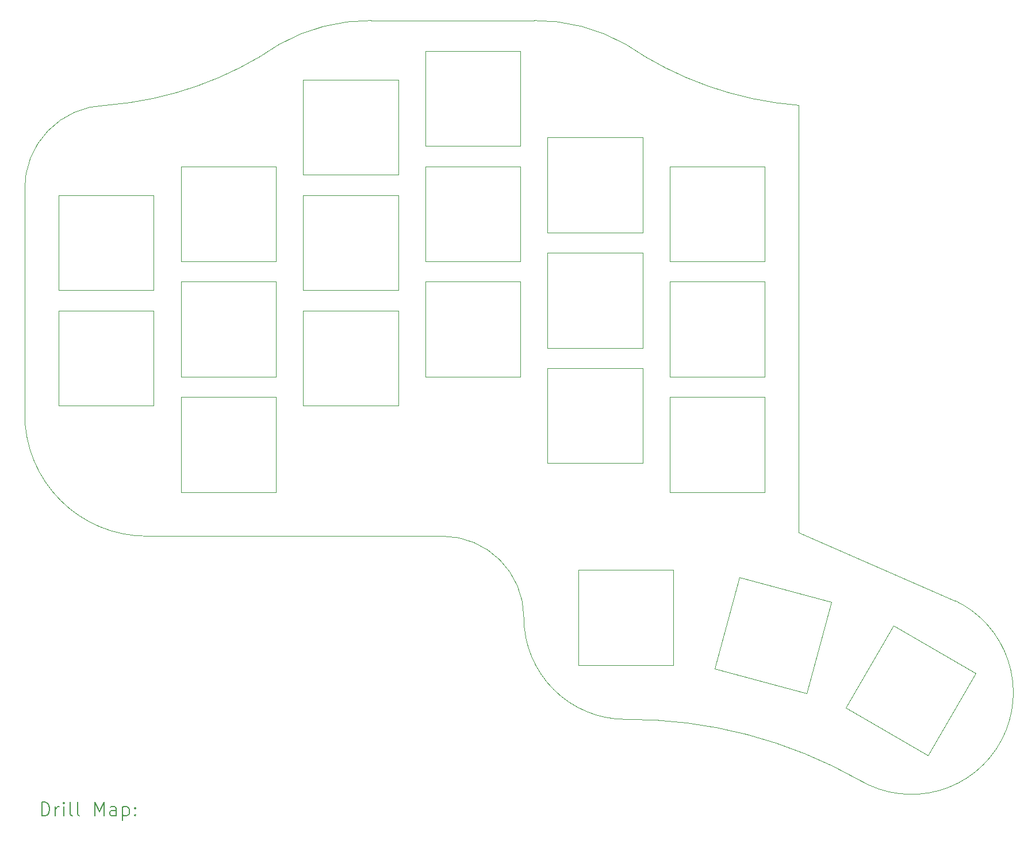
<source format=gbr>
%FSLAX45Y45*%
G04 Gerber Fmt 4.5, Leading zero omitted, Abs format (unit mm)*
G04 Created by KiCad (PCBNEW (6.0.5-0)) date 2023-02-07 22:36:53*
%MOMM*%
%LPD*%
G01*
G04 APERTURE LIST*
%TA.AperFunction,Profile*%
%ADD10C,0.050000*%
%TD*%
%TA.AperFunction,Profile*%
%ADD11C,0.100000*%
%TD*%
%ADD12C,0.200000*%
G04 APERTURE END LIST*
D10*
X9800000Y-9375000D02*
X11200000Y-9375000D01*
X11200000Y-9375000D02*
X11200000Y-10775000D01*
X11200000Y-10775000D02*
X9800000Y-10775000D01*
X9800000Y-10775000D02*
X9800000Y-9375000D01*
X4400000Y-6400000D02*
X5800000Y-6400000D01*
X5800000Y-6400000D02*
X5800000Y-7800000D01*
X5800000Y-7800000D02*
X4400000Y-7800000D01*
X4400000Y-7800000D02*
X4400000Y-6400000D01*
X6200000Y-8525000D02*
X7600000Y-8525000D01*
X7600000Y-8525000D02*
X7600000Y-9925000D01*
X7600000Y-9925000D02*
X6200000Y-9925000D01*
X6200000Y-9925000D02*
X6200000Y-8525000D01*
D11*
X7200002Y-4249998D02*
X9600002Y-4249998D01*
D10*
X6200000Y-6825000D02*
X7600000Y-6825000D01*
X7600000Y-6825000D02*
X7600000Y-8225000D01*
X7600000Y-8225000D02*
X6200000Y-8225000D01*
X6200000Y-8225000D02*
X6200000Y-6825000D01*
D11*
X3300002Y-5498957D02*
G75*
G03*
X5850002Y-4599998I-400047J5200944D01*
G01*
D10*
X13976265Y-12816463D02*
X13613918Y-14168759D01*
X12261622Y-13806412D01*
X12623969Y-12454116D01*
X13976265Y-12816463D01*
D11*
X7200002Y-4249998D02*
G75*
G03*
X5850002Y-4599998I-21892J-2694132D01*
G01*
X10950002Y-4599998D02*
G75*
G03*
X13500002Y-5499998I2954423J4308366D01*
G01*
X14400002Y-15449998D02*
G75*
G03*
X10950002Y-14549998I-3404422J-5987782D01*
G01*
X10950003Y-4599997D02*
G75*
G03*
X9600002Y-4249998I-1328113J-2344153D01*
G01*
X15800000Y-12800000D02*
X13500000Y-11800000D01*
D10*
X4400000Y-9800000D02*
X5800000Y-9800000D01*
X5800000Y-9800000D02*
X5800000Y-11200000D01*
X5800000Y-11200000D02*
X4400000Y-11200000D01*
X4400000Y-11200000D02*
X4400000Y-9800000D01*
X16103436Y-13870000D02*
X15403436Y-15082436D01*
X14191000Y-14382436D01*
X14891000Y-13170000D01*
X16103436Y-13870000D01*
D11*
X14400002Y-15449998D02*
G75*
G03*
X15800000Y-12800000I757850J1294436D01*
G01*
D10*
X8000000Y-6400000D02*
X9400000Y-6400000D01*
X9400000Y-6400000D02*
X9400000Y-7800000D01*
X9400000Y-7800000D02*
X8000000Y-7800000D01*
X8000000Y-7800000D02*
X8000000Y-6400000D01*
D11*
X3900002Y-11849998D02*
X8250002Y-11849998D01*
D10*
X4400000Y-8100000D02*
X5800000Y-8100000D01*
X5800000Y-8100000D02*
X5800000Y-9500000D01*
X5800000Y-9500000D02*
X4400000Y-9500000D01*
X4400000Y-9500000D02*
X4400000Y-8100000D01*
X2600000Y-6825000D02*
X4000000Y-6825000D01*
X4000000Y-6825000D02*
X4000000Y-8225000D01*
X4000000Y-8225000D02*
X2600000Y-8225000D01*
X2600000Y-8225000D02*
X2600000Y-6825000D01*
X8000000Y-8100000D02*
X9400000Y-8100000D01*
X9400000Y-8100000D02*
X9400000Y-9500000D01*
X9400000Y-9500000D02*
X8000000Y-9500000D01*
X8000000Y-9500000D02*
X8000000Y-8100000D01*
X11600000Y-8100000D02*
X13000000Y-8100000D01*
X13000000Y-8100000D02*
X13000000Y-9500000D01*
X13000000Y-9500000D02*
X11600000Y-9500000D01*
X11600000Y-9500000D02*
X11600000Y-8100000D01*
D11*
X9450002Y-13049998D02*
G75*
G03*
X10950002Y-14549998I1499998J-2D01*
G01*
D10*
X11600000Y-6400000D02*
X13000000Y-6400000D01*
X13000000Y-6400000D02*
X13000000Y-7800000D01*
X13000000Y-7800000D02*
X11600000Y-7800000D01*
X11600000Y-7800000D02*
X11600000Y-6400000D01*
D11*
X13500002Y-5499998D02*
X13500000Y-11800000D01*
X2100002Y-10049998D02*
G75*
G03*
X3900002Y-11849998I1800000J0D01*
G01*
D10*
X11600000Y-9800000D02*
X13000000Y-9800000D01*
X13000000Y-9800000D02*
X13000000Y-11200000D01*
X13000000Y-11200000D02*
X11600000Y-11200000D01*
X11600000Y-11200000D02*
X11600000Y-9800000D01*
X8000000Y-4700000D02*
X9400000Y-4700000D01*
X9400000Y-4700000D02*
X9400000Y-6100000D01*
X9400000Y-6100000D02*
X8000000Y-6100000D01*
X8000000Y-6100000D02*
X8000000Y-4700000D01*
X9800000Y-5975000D02*
X11200000Y-5975000D01*
X11200000Y-5975000D02*
X11200000Y-7375000D01*
X11200000Y-7375000D02*
X9800000Y-7375000D01*
X9800000Y-7375000D02*
X9800000Y-5975000D01*
X10250000Y-12350000D02*
X11650000Y-12350000D01*
X11650000Y-12350000D02*
X11650000Y-13750000D01*
X11650000Y-13750000D02*
X10250000Y-13750000D01*
X10250000Y-13750000D02*
X10250000Y-12350000D01*
D11*
X3300002Y-5498956D02*
G75*
G03*
X2100002Y-6749998I25521J-1225521D01*
G01*
X2100002Y-10049998D02*
X2100002Y-6749998D01*
D10*
X2600000Y-8525000D02*
X4000000Y-8525000D01*
X4000000Y-8525000D02*
X4000000Y-9925000D01*
X4000000Y-9925000D02*
X2600000Y-9925000D01*
X2600000Y-9925000D02*
X2600000Y-8525000D01*
X9800000Y-7675000D02*
X11200000Y-7675000D01*
X11200000Y-7675000D02*
X11200000Y-9075000D01*
X11200000Y-9075000D02*
X9800000Y-9075000D01*
X9800000Y-9075000D02*
X9800000Y-7675000D01*
D11*
X9450002Y-13049998D02*
G75*
G03*
X8250002Y-11849998I-1200002J-2D01*
G01*
D10*
X6200000Y-5125000D02*
X7600000Y-5125000D01*
X7600000Y-5125000D02*
X7600000Y-6525000D01*
X7600000Y-6525000D02*
X6200000Y-6525000D01*
X6200000Y-6525000D02*
X6200000Y-5125000D01*
D12*
X2352356Y-15971006D02*
X2352356Y-15771006D01*
X2399975Y-15771006D01*
X2428546Y-15780529D01*
X2447594Y-15799577D01*
X2457117Y-15818625D01*
X2466641Y-15856720D01*
X2466641Y-15885291D01*
X2457117Y-15923387D01*
X2447594Y-15942434D01*
X2428546Y-15961482D01*
X2399975Y-15971006D01*
X2352356Y-15971006D01*
X2552356Y-15971006D02*
X2552356Y-15837672D01*
X2552356Y-15875767D02*
X2561879Y-15856720D01*
X2571403Y-15847196D01*
X2590451Y-15837672D01*
X2609498Y-15837672D01*
X2676165Y-15971006D02*
X2676165Y-15837672D01*
X2676165Y-15771006D02*
X2666641Y-15780529D01*
X2676165Y-15790053D01*
X2685689Y-15780529D01*
X2676165Y-15771006D01*
X2676165Y-15790053D01*
X2799974Y-15971006D02*
X2780927Y-15961482D01*
X2771403Y-15942434D01*
X2771403Y-15771006D01*
X2904736Y-15971006D02*
X2885689Y-15961482D01*
X2876165Y-15942434D01*
X2876165Y-15771006D01*
X3133308Y-15971006D02*
X3133308Y-15771006D01*
X3199974Y-15913863D01*
X3266641Y-15771006D01*
X3266641Y-15971006D01*
X3447594Y-15971006D02*
X3447594Y-15866244D01*
X3438070Y-15847196D01*
X3419022Y-15837672D01*
X3380927Y-15837672D01*
X3361879Y-15847196D01*
X3447594Y-15961482D02*
X3428546Y-15971006D01*
X3380927Y-15971006D01*
X3361879Y-15961482D01*
X3352355Y-15942434D01*
X3352355Y-15923387D01*
X3361879Y-15904339D01*
X3380927Y-15894815D01*
X3428546Y-15894815D01*
X3447594Y-15885291D01*
X3542832Y-15837672D02*
X3542832Y-16037672D01*
X3542832Y-15847196D02*
X3561879Y-15837672D01*
X3599974Y-15837672D01*
X3619022Y-15847196D01*
X3628546Y-15856720D01*
X3638070Y-15875767D01*
X3638070Y-15932910D01*
X3628546Y-15951958D01*
X3619022Y-15961482D01*
X3599974Y-15971006D01*
X3561879Y-15971006D01*
X3542832Y-15961482D01*
X3723784Y-15951958D02*
X3733308Y-15961482D01*
X3723784Y-15971006D01*
X3714260Y-15961482D01*
X3723784Y-15951958D01*
X3723784Y-15971006D01*
X3723784Y-15847196D02*
X3733308Y-15856720D01*
X3723784Y-15866244D01*
X3714260Y-15856720D01*
X3723784Y-15847196D01*
X3723784Y-15866244D01*
M02*

</source>
